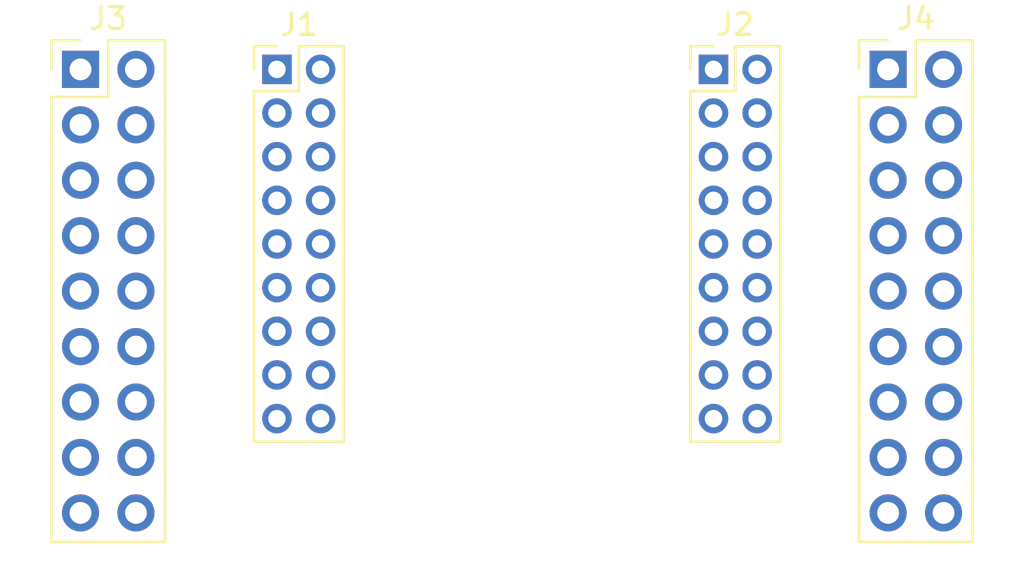
<source format=kicad_pcb>
(kicad_pcb (version 4) (host pcbnew 4.0.6-e0-6349~53~ubuntu16.04.1)

  (general
    (links 36)
    (no_connects 36)
    (area 0 0 0 0)
    (thickness 1.6)
    (drawings 0)
    (tracks 0)
    (zones 0)
    (modules 4)
    (nets 37)
  )

  (page A4)
  (title_block
    (rev 0.1)
  )

  (layers
    (0 F.Cu signal)
    (31 B.Cu signal)
    (32 B.Adhes user)
    (33 F.Adhes user)
    (34 B.Paste user)
    (35 F.Paste user)
    (36 B.SilkS user)
    (37 F.SilkS user)
    (38 B.Mask user)
    (39 F.Mask user)
    (40 Dwgs.User user)
    (41 Cmts.User user)
    (42 Eco1.User user)
    (43 Eco2.User user)
    (44 Edge.Cuts user)
    (45 Margin user)
    (46 B.CrtYd user)
    (47 F.CrtYd user)
    (48 B.Fab user)
    (49 F.Fab user)
  )

  (setup
    (last_trace_width 0.25)
    (trace_clearance 0.2)
    (zone_clearance 0.508)
    (zone_45_only no)
    (trace_min 0.2)
    (segment_width 0.2)
    (edge_width 0.15)
    (via_size 0.6)
    (via_drill 0.4)
    (via_min_size 0.4)
    (via_min_drill 0.3)
    (uvia_size 0.3)
    (uvia_drill 0.1)
    (uvias_allowed no)
    (uvia_min_size 0.2)
    (uvia_min_drill 0.1)
    (pcb_text_width 0.3)
    (pcb_text_size 1.5 1.5)
    (mod_edge_width 0.15)
    (mod_text_size 1 1)
    (mod_text_width 0.15)
    (pad_size 1.524 1.524)
    (pad_drill 0.762)
    (pad_to_mask_clearance 0.2)
    (aux_axis_origin 0 0)
    (visible_elements FFFFFF7F)
    (pcbplotparams
      (layerselection 0x00030_80000001)
      (usegerberextensions false)
      (excludeedgelayer true)
      (linewidth 0.100000)
      (plotframeref false)
      (viasonmask false)
      (mode 1)
      (useauxorigin false)
      (hpglpennumber 1)
      (hpglpenspeed 20)
      (hpglpendiameter 15)
      (hpglpenoverlay 2)
      (psnegative false)
      (psa4output false)
      (plotreference true)
      (plotvalue true)
      (plotinvisibletext false)
      (padsonsilk false)
      (subtractmaskfromsilk false)
      (outputformat 1)
      (mirror false)
      (drillshape 1)
      (scaleselection 1)
      (outputdirectory ""))
  )

  (net 0 "")
  (net 1 "Net-(J1-Pad1)")
  (net 2 "Net-(J1-Pad2)")
  (net 3 "Net-(J1-Pad3)")
  (net 4 "Net-(J1-Pad4)")
  (net 5 "Net-(J1-Pad5)")
  (net 6 "Net-(J1-Pad6)")
  (net 7 "Net-(J1-Pad7)")
  (net 8 "Net-(J1-Pad8)")
  (net 9 "Net-(J1-Pad9)")
  (net 10 "Net-(J1-Pad10)")
  (net 11 "Net-(J1-Pad11)")
  (net 12 "Net-(J1-Pad12)")
  (net 13 "Net-(J1-Pad13)")
  (net 14 "Net-(J1-Pad14)")
  (net 15 "Net-(J1-Pad15)")
  (net 16 "Net-(J1-Pad16)")
  (net 17 "Net-(J1-Pad17)")
  (net 18 "Net-(J1-Pad18)")
  (net 19 "Net-(J2-Pad1)")
  (net 20 "Net-(J2-Pad2)")
  (net 21 "Net-(J2-Pad3)")
  (net 22 "Net-(J2-Pad4)")
  (net 23 "Net-(J2-Pad5)")
  (net 24 "Net-(J2-Pad6)")
  (net 25 "Net-(J2-Pad7)")
  (net 26 "Net-(J2-Pad8)")
  (net 27 "Net-(J2-Pad9)")
  (net 28 "Net-(J2-Pad10)")
  (net 29 "Net-(J2-Pad11)")
  (net 30 "Net-(J2-Pad12)")
  (net 31 "Net-(J2-Pad13)")
  (net 32 "Net-(J2-Pad14)")
  (net 33 "Net-(J2-Pad15)")
  (net 34 "Net-(J2-Pad16)")
  (net 35 "Net-(J2-Pad17)")
  (net 36 "Net-(J2-Pad18)")

  (net_class Default "This is the default net class."
    (clearance 0.2)
    (trace_width 0.25)
    (via_dia 0.6)
    (via_drill 0.4)
    (uvia_dia 0.3)
    (uvia_drill 0.1)
    (add_net "Net-(J1-Pad1)")
    (add_net "Net-(J1-Pad10)")
    (add_net "Net-(J1-Pad11)")
    (add_net "Net-(J1-Pad12)")
    (add_net "Net-(J1-Pad13)")
    (add_net "Net-(J1-Pad14)")
    (add_net "Net-(J1-Pad15)")
    (add_net "Net-(J1-Pad16)")
    (add_net "Net-(J1-Pad17)")
    (add_net "Net-(J1-Pad18)")
    (add_net "Net-(J1-Pad2)")
    (add_net "Net-(J1-Pad3)")
    (add_net "Net-(J1-Pad4)")
    (add_net "Net-(J1-Pad5)")
    (add_net "Net-(J1-Pad6)")
    (add_net "Net-(J1-Pad7)")
    (add_net "Net-(J1-Pad8)")
    (add_net "Net-(J1-Pad9)")
    (add_net "Net-(J2-Pad1)")
    (add_net "Net-(J2-Pad10)")
    (add_net "Net-(J2-Pad11)")
    (add_net "Net-(J2-Pad12)")
    (add_net "Net-(J2-Pad13)")
    (add_net "Net-(J2-Pad14)")
    (add_net "Net-(J2-Pad15)")
    (add_net "Net-(J2-Pad16)")
    (add_net "Net-(J2-Pad17)")
    (add_net "Net-(J2-Pad18)")
    (add_net "Net-(J2-Pad2)")
    (add_net "Net-(J2-Pad3)")
    (add_net "Net-(J2-Pad4)")
    (add_net "Net-(J2-Pad5)")
    (add_net "Net-(J2-Pad6)")
    (add_net "Net-(J2-Pad7)")
    (add_net "Net-(J2-Pad8)")
    (add_net "Net-(J2-Pad9)")
  )

  (module Pin_Headers:Pin_Header_Straight_2x09_Pitch2.00mm (layer F.Cu) (tedit 58CD4ECD) (tstamp 5941AB2D)
    (at 180 115)
    (descr "Through hole straight pin header, 2x09, 2.00mm pitch, double rows")
    (tags "Through hole pin header THT 2x09 2.00mm double row")
    (path /594057EB)
    (fp_text reference J1 (at 1 -2.06) (layer F.SilkS)
      (effects (font (size 1 1) (thickness 0.15)))
    )
    (fp_text value CONN_02X09 (at 1 18.06) (layer F.Fab)
      (effects (font (size 1 1) (thickness 0.15)))
    )
    (fp_line (start -1 -1) (end -1 17) (layer F.Fab) (width 0.1))
    (fp_line (start -1 17) (end 3 17) (layer F.Fab) (width 0.1))
    (fp_line (start 3 17) (end 3 -1) (layer F.Fab) (width 0.1))
    (fp_line (start 3 -1) (end -1 -1) (layer F.Fab) (width 0.1))
    (fp_line (start -1.06 1) (end -1.06 17.06) (layer F.SilkS) (width 0.12))
    (fp_line (start -1.06 17.06) (end 3.06 17.06) (layer F.SilkS) (width 0.12))
    (fp_line (start 3.06 17.06) (end 3.06 -1.06) (layer F.SilkS) (width 0.12))
    (fp_line (start 3.06 -1.06) (end 1 -1.06) (layer F.SilkS) (width 0.12))
    (fp_line (start 1 -1.06) (end 1 1) (layer F.SilkS) (width 0.12))
    (fp_line (start 1 1) (end -1.06 1) (layer F.SilkS) (width 0.12))
    (fp_line (start -1.06 0) (end -1.06 -1.06) (layer F.SilkS) (width 0.12))
    (fp_line (start -1.06 -1.06) (end 0 -1.06) (layer F.SilkS) (width 0.12))
    (fp_line (start -1.5 -1.5) (end -1.5 17.5) (layer F.CrtYd) (width 0.05))
    (fp_line (start -1.5 17.5) (end 3.5 17.5) (layer F.CrtYd) (width 0.05))
    (fp_line (start 3.5 17.5) (end 3.5 -1.5) (layer F.CrtYd) (width 0.05))
    (fp_line (start 3.5 -1.5) (end -1.5 -1.5) (layer F.CrtYd) (width 0.05))
    (fp_text user %R (at 1 -2.06) (layer F.Fab)
      (effects (font (size 1 1) (thickness 0.15)))
    )
    (pad 1 thru_hole rect (at 0 0) (size 1.35 1.35) (drill 0.8) (layers *.Cu *.Mask)
      (net 1 "Net-(J1-Pad1)"))
    (pad 2 thru_hole oval (at 2 0) (size 1.35 1.35) (drill 0.8) (layers *.Cu *.Mask)
      (net 2 "Net-(J1-Pad2)"))
    (pad 3 thru_hole oval (at 0 2) (size 1.35 1.35) (drill 0.8) (layers *.Cu *.Mask)
      (net 3 "Net-(J1-Pad3)"))
    (pad 4 thru_hole oval (at 2 2) (size 1.35 1.35) (drill 0.8) (layers *.Cu *.Mask)
      (net 4 "Net-(J1-Pad4)"))
    (pad 5 thru_hole oval (at 0 4) (size 1.35 1.35) (drill 0.8) (layers *.Cu *.Mask)
      (net 5 "Net-(J1-Pad5)"))
    (pad 6 thru_hole oval (at 2 4) (size 1.35 1.35) (drill 0.8) (layers *.Cu *.Mask)
      (net 6 "Net-(J1-Pad6)"))
    (pad 7 thru_hole oval (at 0 6) (size 1.35 1.35) (drill 0.8) (layers *.Cu *.Mask)
      (net 7 "Net-(J1-Pad7)"))
    (pad 8 thru_hole oval (at 2 6) (size 1.35 1.35) (drill 0.8) (layers *.Cu *.Mask)
      (net 8 "Net-(J1-Pad8)"))
    (pad 9 thru_hole oval (at 0 8) (size 1.35 1.35) (drill 0.8) (layers *.Cu *.Mask)
      (net 9 "Net-(J1-Pad9)"))
    (pad 10 thru_hole oval (at 2 8) (size 1.35 1.35) (drill 0.8) (layers *.Cu *.Mask)
      (net 10 "Net-(J1-Pad10)"))
    (pad 11 thru_hole oval (at 0 10) (size 1.35 1.35) (drill 0.8) (layers *.Cu *.Mask)
      (net 11 "Net-(J1-Pad11)"))
    (pad 12 thru_hole oval (at 2 10) (size 1.35 1.35) (drill 0.8) (layers *.Cu *.Mask)
      (net 12 "Net-(J1-Pad12)"))
    (pad 13 thru_hole oval (at 0 12) (size 1.35 1.35) (drill 0.8) (layers *.Cu *.Mask)
      (net 13 "Net-(J1-Pad13)"))
    (pad 14 thru_hole oval (at 2 12) (size 1.35 1.35) (drill 0.8) (layers *.Cu *.Mask)
      (net 14 "Net-(J1-Pad14)"))
    (pad 15 thru_hole oval (at 0 14) (size 1.35 1.35) (drill 0.8) (layers *.Cu *.Mask)
      (net 15 "Net-(J1-Pad15)"))
    (pad 16 thru_hole oval (at 2 14) (size 1.35 1.35) (drill 0.8) (layers *.Cu *.Mask)
      (net 16 "Net-(J1-Pad16)"))
    (pad 17 thru_hole oval (at 0 16) (size 1.35 1.35) (drill 0.8) (layers *.Cu *.Mask)
      (net 17 "Net-(J1-Pad17)"))
    (pad 18 thru_hole oval (at 2 16) (size 1.35 1.35) (drill 0.8) (layers *.Cu *.Mask)
      (net 18 "Net-(J1-Pad18)"))
    (model ${KISYS3DMOD}/Pin_Headers.3dshapes/Pin_Header_Straight_2x09_Pitch2.00mm.wrl
      (at (xyz 0 0 0))
      (scale (xyz 1 1 1))
      (rotate (xyz 0 0 0))
    )
  )

  (module Pin_Headers:Pin_Header_Straight_2x09_Pitch2.00mm (layer F.Cu) (tedit 58CD4ECD) (tstamp 5941AB43)
    (at 200 115)
    (descr "Through hole straight pin header, 2x09, 2.00mm pitch, double rows")
    (tags "Through hole pin header THT 2x09 2.00mm double row")
    (path /5941AE08)
    (fp_text reference J2 (at 1 -2.06) (layer F.SilkS)
      (effects (font (size 1 1) (thickness 0.15)))
    )
    (fp_text value CONN_02X09 (at 1 18.06) (layer F.Fab)
      (effects (font (size 1 1) (thickness 0.15)))
    )
    (fp_line (start -1 -1) (end -1 17) (layer F.Fab) (width 0.1))
    (fp_line (start -1 17) (end 3 17) (layer F.Fab) (width 0.1))
    (fp_line (start 3 17) (end 3 -1) (layer F.Fab) (width 0.1))
    (fp_line (start 3 -1) (end -1 -1) (layer F.Fab) (width 0.1))
    (fp_line (start -1.06 1) (end -1.06 17.06) (layer F.SilkS) (width 0.12))
    (fp_line (start -1.06 17.06) (end 3.06 17.06) (layer F.SilkS) (width 0.12))
    (fp_line (start 3.06 17.06) (end 3.06 -1.06) (layer F.SilkS) (width 0.12))
    (fp_line (start 3.06 -1.06) (end 1 -1.06) (layer F.SilkS) (width 0.12))
    (fp_line (start 1 -1.06) (end 1 1) (layer F.SilkS) (width 0.12))
    (fp_line (start 1 1) (end -1.06 1) (layer F.SilkS) (width 0.12))
    (fp_line (start -1.06 0) (end -1.06 -1.06) (layer F.SilkS) (width 0.12))
    (fp_line (start -1.06 -1.06) (end 0 -1.06) (layer F.SilkS) (width 0.12))
    (fp_line (start -1.5 -1.5) (end -1.5 17.5) (layer F.CrtYd) (width 0.05))
    (fp_line (start -1.5 17.5) (end 3.5 17.5) (layer F.CrtYd) (width 0.05))
    (fp_line (start 3.5 17.5) (end 3.5 -1.5) (layer F.CrtYd) (width 0.05))
    (fp_line (start 3.5 -1.5) (end -1.5 -1.5) (layer F.CrtYd) (width 0.05))
    (fp_text user %R (at 1 -2.06) (layer F.Fab)
      (effects (font (size 1 1) (thickness 0.15)))
    )
    (pad 1 thru_hole rect (at 0 0) (size 1.35 1.35) (drill 0.8) (layers *.Cu *.Mask)
      (net 19 "Net-(J2-Pad1)"))
    (pad 2 thru_hole oval (at 2 0) (size 1.35 1.35) (drill 0.8) (layers *.Cu *.Mask)
      (net 20 "Net-(J2-Pad2)"))
    (pad 3 thru_hole oval (at 0 2) (size 1.35 1.35) (drill 0.8) (layers *.Cu *.Mask)
      (net 21 "Net-(J2-Pad3)"))
    (pad 4 thru_hole oval (at 2 2) (size 1.35 1.35) (drill 0.8) (layers *.Cu *.Mask)
      (net 22 "Net-(J2-Pad4)"))
    (pad 5 thru_hole oval (at 0 4) (size 1.35 1.35) (drill 0.8) (layers *.Cu *.Mask)
      (net 23 "Net-(J2-Pad5)"))
    (pad 6 thru_hole oval (at 2 4) (size 1.35 1.35) (drill 0.8) (layers *.Cu *.Mask)
      (net 24 "Net-(J2-Pad6)"))
    (pad 7 thru_hole oval (at 0 6) (size 1.35 1.35) (drill 0.8) (layers *.Cu *.Mask)
      (net 25 "Net-(J2-Pad7)"))
    (pad 8 thru_hole oval (at 2 6) (size 1.35 1.35) (drill 0.8) (layers *.Cu *.Mask)
      (net 26 "Net-(J2-Pad8)"))
    (pad 9 thru_hole oval (at 0 8) (size 1.35 1.35) (drill 0.8) (layers *.Cu *.Mask)
      (net 27 "Net-(J2-Pad9)"))
    (pad 10 thru_hole oval (at 2 8) (size 1.35 1.35) (drill 0.8) (layers *.Cu *.Mask)
      (net 28 "Net-(J2-Pad10)"))
    (pad 11 thru_hole oval (at 0 10) (size 1.35 1.35) (drill 0.8) (layers *.Cu *.Mask)
      (net 29 "Net-(J2-Pad11)"))
    (pad 12 thru_hole oval (at 2 10) (size 1.35 1.35) (drill 0.8) (layers *.Cu *.Mask)
      (net 30 "Net-(J2-Pad12)"))
    (pad 13 thru_hole oval (at 0 12) (size 1.35 1.35) (drill 0.8) (layers *.Cu *.Mask)
      (net 31 "Net-(J2-Pad13)"))
    (pad 14 thru_hole oval (at 2 12) (size 1.35 1.35) (drill 0.8) (layers *.Cu *.Mask)
      (net 32 "Net-(J2-Pad14)"))
    (pad 15 thru_hole oval (at 0 14) (size 1.35 1.35) (drill 0.8) (layers *.Cu *.Mask)
      (net 33 "Net-(J2-Pad15)"))
    (pad 16 thru_hole oval (at 2 14) (size 1.35 1.35) (drill 0.8) (layers *.Cu *.Mask)
      (net 34 "Net-(J2-Pad16)"))
    (pad 17 thru_hole oval (at 0 16) (size 1.35 1.35) (drill 0.8) (layers *.Cu *.Mask)
      (net 35 "Net-(J2-Pad17)"))
    (pad 18 thru_hole oval (at 2 16) (size 1.35 1.35) (drill 0.8) (layers *.Cu *.Mask)
      (net 36 "Net-(J2-Pad18)"))
    (model ${KISYS3DMOD}/Pin_Headers.3dshapes/Pin_Header_Straight_2x09_Pitch2.00mm.wrl
      (at (xyz 0 0 0))
      (scale (xyz 1 1 1))
      (rotate (xyz 0 0 0))
    )
  )

  (module Pin_Headers:Pin_Header_Straight_2x09_Pitch2.54mm (layer F.Cu) (tedit 58CD4EC5) (tstamp 5941AB59)
    (at 171 115)
    (descr "Through hole straight pin header, 2x09, 2.54mm pitch, double rows")
    (tags "Through hole pin header THT 2x09 2.54mm double row")
    (path /59405768)
    (fp_text reference J3 (at 1.27 -2.33) (layer F.SilkS)
      (effects (font (size 1 1) (thickness 0.15)))
    )
    (fp_text value CONN_02X09 (at 1.27 22.65) (layer F.Fab)
      (effects (font (size 1 1) (thickness 0.15)))
    )
    (fp_line (start -1.27 -1.27) (end -1.27 21.59) (layer F.Fab) (width 0.1))
    (fp_line (start -1.27 21.59) (end 3.81 21.59) (layer F.Fab) (width 0.1))
    (fp_line (start 3.81 21.59) (end 3.81 -1.27) (layer F.Fab) (width 0.1))
    (fp_line (start 3.81 -1.27) (end -1.27 -1.27) (layer F.Fab) (width 0.1))
    (fp_line (start -1.33 1.27) (end -1.33 21.65) (layer F.SilkS) (width 0.12))
    (fp_line (start -1.33 21.65) (end 3.87 21.65) (layer F.SilkS) (width 0.12))
    (fp_line (start 3.87 21.65) (end 3.87 -1.33) (layer F.SilkS) (width 0.12))
    (fp_line (start 3.87 -1.33) (end 1.27 -1.33) (layer F.SilkS) (width 0.12))
    (fp_line (start 1.27 -1.33) (end 1.27 1.27) (layer F.SilkS) (width 0.12))
    (fp_line (start 1.27 1.27) (end -1.33 1.27) (layer F.SilkS) (width 0.12))
    (fp_line (start -1.33 0) (end -1.33 -1.33) (layer F.SilkS) (width 0.12))
    (fp_line (start -1.33 -1.33) (end 0 -1.33) (layer F.SilkS) (width 0.12))
    (fp_line (start -1.8 -1.8) (end -1.8 22.1) (layer F.CrtYd) (width 0.05))
    (fp_line (start -1.8 22.1) (end 4.35 22.1) (layer F.CrtYd) (width 0.05))
    (fp_line (start 4.35 22.1) (end 4.35 -1.8) (layer F.CrtYd) (width 0.05))
    (fp_line (start 4.35 -1.8) (end -1.8 -1.8) (layer F.CrtYd) (width 0.05))
    (fp_text user %R (at 1.27 -2.33) (layer F.Fab)
      (effects (font (size 1 1) (thickness 0.15)))
    )
    (pad 1 thru_hole rect (at 0 0) (size 1.7 1.7) (drill 1) (layers *.Cu *.Mask)
      (net 1 "Net-(J1-Pad1)"))
    (pad 2 thru_hole oval (at 2.54 0) (size 1.7 1.7) (drill 1) (layers *.Cu *.Mask)
      (net 2 "Net-(J1-Pad2)"))
    (pad 3 thru_hole oval (at 0 2.54) (size 1.7 1.7) (drill 1) (layers *.Cu *.Mask)
      (net 3 "Net-(J1-Pad3)"))
    (pad 4 thru_hole oval (at 2.54 2.54) (size 1.7 1.7) (drill 1) (layers *.Cu *.Mask)
      (net 4 "Net-(J1-Pad4)"))
    (pad 5 thru_hole oval (at 0 5.08) (size 1.7 1.7) (drill 1) (layers *.Cu *.Mask)
      (net 5 "Net-(J1-Pad5)"))
    (pad 6 thru_hole oval (at 2.54 5.08) (size 1.7 1.7) (drill 1) (layers *.Cu *.Mask)
      (net 6 "Net-(J1-Pad6)"))
    (pad 7 thru_hole oval (at 0 7.62) (size 1.7 1.7) (drill 1) (layers *.Cu *.Mask)
      (net 7 "Net-(J1-Pad7)"))
    (pad 8 thru_hole oval (at 2.54 7.62) (size 1.7 1.7) (drill 1) (layers *.Cu *.Mask)
      (net 8 "Net-(J1-Pad8)"))
    (pad 9 thru_hole oval (at 0 10.16) (size 1.7 1.7) (drill 1) (layers *.Cu *.Mask)
      (net 9 "Net-(J1-Pad9)"))
    (pad 10 thru_hole oval (at 2.54 10.16) (size 1.7 1.7) (drill 1) (layers *.Cu *.Mask)
      (net 10 "Net-(J1-Pad10)"))
    (pad 11 thru_hole oval (at 0 12.7) (size 1.7 1.7) (drill 1) (layers *.Cu *.Mask)
      (net 11 "Net-(J1-Pad11)"))
    (pad 12 thru_hole oval (at 2.54 12.7) (size 1.7 1.7) (drill 1) (layers *.Cu *.Mask)
      (net 12 "Net-(J1-Pad12)"))
    (pad 13 thru_hole oval (at 0 15.24) (size 1.7 1.7) (drill 1) (layers *.Cu *.Mask)
      (net 13 "Net-(J1-Pad13)"))
    (pad 14 thru_hole oval (at 2.54 15.24) (size 1.7 1.7) (drill 1) (layers *.Cu *.Mask)
      (net 14 "Net-(J1-Pad14)"))
    (pad 15 thru_hole oval (at 0 17.78) (size 1.7 1.7) (drill 1) (layers *.Cu *.Mask)
      (net 15 "Net-(J1-Pad15)"))
    (pad 16 thru_hole oval (at 2.54 17.78) (size 1.7 1.7) (drill 1) (layers *.Cu *.Mask)
      (net 16 "Net-(J1-Pad16)"))
    (pad 17 thru_hole oval (at 0 20.32) (size 1.7 1.7) (drill 1) (layers *.Cu *.Mask)
      (net 17 "Net-(J1-Pad17)"))
    (pad 18 thru_hole oval (at 2.54 20.32) (size 1.7 1.7) (drill 1) (layers *.Cu *.Mask)
      (net 18 "Net-(J1-Pad18)"))
    (model ${KISYS3DMOD}/Pin_Headers.3dshapes/Pin_Header_Straight_2x09_Pitch2.54mm.wrl
      (at (xyz 0.05 -0.4 0))
      (scale (xyz 1 1 1))
      (rotate (xyz 0 0 90))
    )
  )

  (module Pin_Headers:Pin_Header_Straight_2x09_Pitch2.54mm (layer F.Cu) (tedit 58CD4EC5) (tstamp 5941AB6F)
    (at 208 115)
    (descr "Through hole straight pin header, 2x09, 2.54mm pitch, double rows")
    (tags "Through hole pin header THT 2x09 2.54mm double row")
    (path /5941AE02)
    (fp_text reference J4 (at 1.27 -2.33) (layer F.SilkS)
      (effects (font (size 1 1) (thickness 0.15)))
    )
    (fp_text value CONN_02X09 (at 1.27 22.65) (layer F.Fab)
      (effects (font (size 1 1) (thickness 0.15)))
    )
    (fp_line (start -1.27 -1.27) (end -1.27 21.59) (layer F.Fab) (width 0.1))
    (fp_line (start -1.27 21.59) (end 3.81 21.59) (layer F.Fab) (width 0.1))
    (fp_line (start 3.81 21.59) (end 3.81 -1.27) (layer F.Fab) (width 0.1))
    (fp_line (start 3.81 -1.27) (end -1.27 -1.27) (layer F.Fab) (width 0.1))
    (fp_line (start -1.33 1.27) (end -1.33 21.65) (layer F.SilkS) (width 0.12))
    (fp_line (start -1.33 21.65) (end 3.87 21.65) (layer F.SilkS) (width 0.12))
    (fp_line (start 3.87 21.65) (end 3.87 -1.33) (layer F.SilkS) (width 0.12))
    (fp_line (start 3.87 -1.33) (end 1.27 -1.33) (layer F.SilkS) (width 0.12))
    (fp_line (start 1.27 -1.33) (end 1.27 1.27) (layer F.SilkS) (width 0.12))
    (fp_line (start 1.27 1.27) (end -1.33 1.27) (layer F.SilkS) (width 0.12))
    (fp_line (start -1.33 0) (end -1.33 -1.33) (layer F.SilkS) (width 0.12))
    (fp_line (start -1.33 -1.33) (end 0 -1.33) (layer F.SilkS) (width 0.12))
    (fp_line (start -1.8 -1.8) (end -1.8 22.1) (layer F.CrtYd) (width 0.05))
    (fp_line (start -1.8 22.1) (end 4.35 22.1) (layer F.CrtYd) (width 0.05))
    (fp_line (start 4.35 22.1) (end 4.35 -1.8) (layer F.CrtYd) (width 0.05))
    (fp_line (start 4.35 -1.8) (end -1.8 -1.8) (layer F.CrtYd) (width 0.05))
    (fp_text user %R (at 1.27 -2.33) (layer F.Fab)
      (effects (font (size 1 1) (thickness 0.15)))
    )
    (pad 1 thru_hole rect (at 0 0) (size 1.7 1.7) (drill 1) (layers *.Cu *.Mask)
      (net 19 "Net-(J2-Pad1)"))
    (pad 2 thru_hole oval (at 2.54 0) (size 1.7 1.7) (drill 1) (layers *.Cu *.Mask)
      (net 20 "Net-(J2-Pad2)"))
    (pad 3 thru_hole oval (at 0 2.54) (size 1.7 1.7) (drill 1) (layers *.Cu *.Mask)
      (net 21 "Net-(J2-Pad3)"))
    (pad 4 thru_hole oval (at 2.54 2.54) (size 1.7 1.7) (drill 1) (layers *.Cu *.Mask)
      (net 22 "Net-(J2-Pad4)"))
    (pad 5 thru_hole oval (at 0 5.08) (size 1.7 1.7) (drill 1) (layers *.Cu *.Mask)
      (net 23 "Net-(J2-Pad5)"))
    (pad 6 thru_hole oval (at 2.54 5.08) (size 1.7 1.7) (drill 1) (layers *.Cu *.Mask)
      (net 24 "Net-(J2-Pad6)"))
    (pad 7 thru_hole oval (at 0 7.62) (size 1.7 1.7) (drill 1) (layers *.Cu *.Mask)
      (net 25 "Net-(J2-Pad7)"))
    (pad 8 thru_hole oval (at 2.54 7.62) (size 1.7 1.7) (drill 1) (layers *.Cu *.Mask)
      (net 26 "Net-(J2-Pad8)"))
    (pad 9 thru_hole oval (at 0 10.16) (size 1.7 1.7) (drill 1) (layers *.Cu *.Mask)
      (net 27 "Net-(J2-Pad9)"))
    (pad 10 thru_hole oval (at 2.54 10.16) (size 1.7 1.7) (drill 1) (layers *.Cu *.Mask)
      (net 28 "Net-(J2-Pad10)"))
    (pad 11 thru_hole oval (at 0 12.7) (size 1.7 1.7) (drill 1) (layers *.Cu *.Mask)
      (net 29 "Net-(J2-Pad11)"))
    (pad 12 thru_hole oval (at 2.54 12.7) (size 1.7 1.7) (drill 1) (layers *.Cu *.Mask)
      (net 30 "Net-(J2-Pad12)"))
    (pad 13 thru_hole oval (at 0 15.24) (size 1.7 1.7) (drill 1) (layers *.Cu *.Mask)
      (net 31 "Net-(J2-Pad13)"))
    (pad 14 thru_hole oval (at 2.54 15.24) (size 1.7 1.7) (drill 1) (layers *.Cu *.Mask)
      (net 32 "Net-(J2-Pad14)"))
    (pad 15 thru_hole oval (at 0 17.78) (size 1.7 1.7) (drill 1) (layers *.Cu *.Mask)
      (net 33 "Net-(J2-Pad15)"))
    (pad 16 thru_hole oval (at 2.54 17.78) (size 1.7 1.7) (drill 1) (layers *.Cu *.Mask)
      (net 34 "Net-(J2-Pad16)"))
    (pad 17 thru_hole oval (at 0 20.32) (size 1.7 1.7) (drill 1) (layers *.Cu *.Mask)
      (net 35 "Net-(J2-Pad17)"))
    (pad 18 thru_hole oval (at 2.54 20.32) (size 1.7 1.7) (drill 1) (layers *.Cu *.Mask)
      (net 36 "Net-(J2-Pad18)"))
    (model ${KISYS3DMOD}/Pin_Headers.3dshapes/Pin_Header_Straight_2x09_Pitch2.54mm.wrl
      (at (xyz 0.05 -0.4 0))
      (scale (xyz 1 1 1))
      (rotate (xyz 0 0 90))
    )
  )

)

</source>
